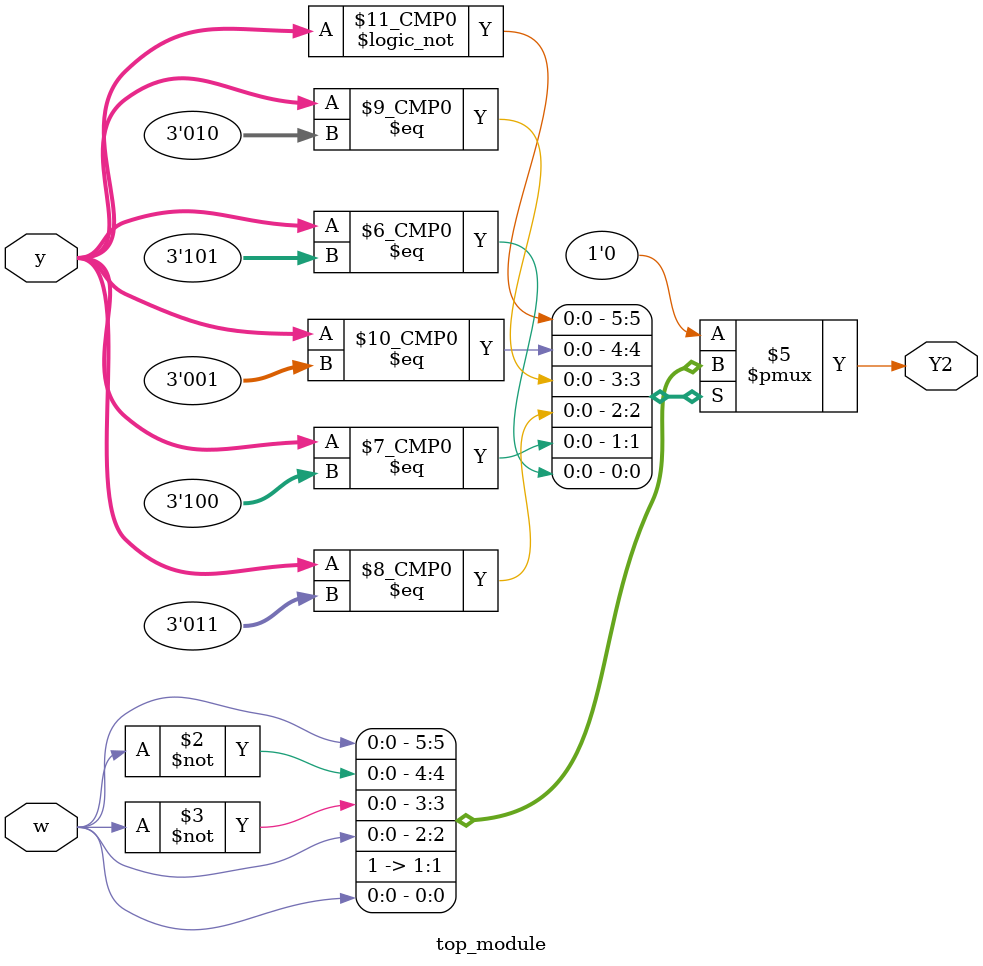
<source format=sv>
module top_module(
    input [3:1] y,
    input w,
    output reg Y2
);

always @(*) begin
    case (y)
        3'b000: // State A
            Y2 = w;
        3'b001: // State B
            Y2 = ~w;
        3'b010: // State C
            Y2 = ~w;
        3'b011: // State D
            Y2 = w;
        3'b100: // State E
            Y2 = 1'b1;
        3'b101: // State F
            Y2 = w;
        default:
            Y2 = 1'b0;
    endcase
end

endmodule

</source>
